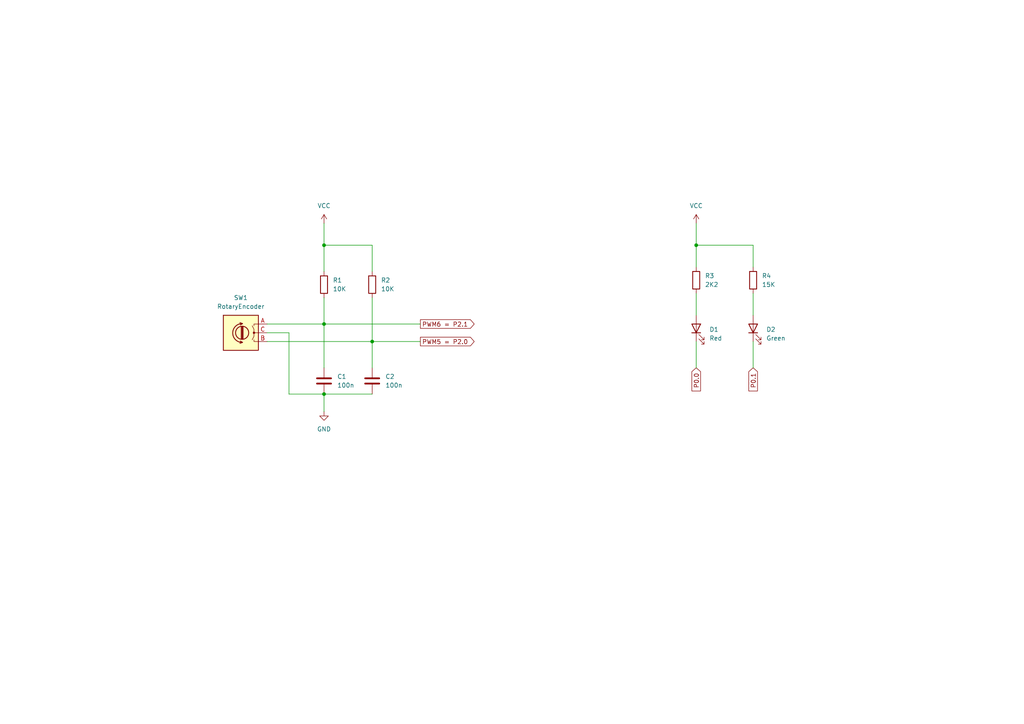
<source format=kicad_sch>
(kicad_sch (version 20211123) (generator eeschema)
  (paper "A4")
  (title_block (title "STC8H rotary encoder demo") (date "2022-10-20") (rev "1") (company "(c) 2022 Vincent DEFERT. Licensed under the MIT license."))
  (lib_symbols
    (symbol "Device:C" (pin_numbers hide) (pin_names (offset 0.254))
      (property "Reference" "C" (at 0.635 2.54 0))
      (property "Value" "C" (at 0.635 -2.54 0))
      (symbol "C_0_1"
        (polyline (pts (xy -2.032 -0.762) (xy 2.032 -0.762)) (stroke (width 0.508)))
        (polyline (pts (xy -2.032 0.762) (xy 2.032 0.762)) (stroke (width 0.508)))
      )
      (symbol "C_1_1"
        (pin passive line (at 0 3.81 270) (length 2.794) (name "~") (number "1"))
        (pin passive line (at 0 -3.81 90) (length 2.794) (name "~") (number "2"))
      )
    )
    (symbol "Device:LED" (pin_numbers hide) (pin_names (offset 1.016) hide)
      (property "Reference" "D" (at 0 2.54 0))
      (property "Value" "LED" (at 0 -2.54 0))
      (symbol "LED_0_1"
        (polyline (pts (xy -1.27 -1.27) (xy -1.27 1.27)) (stroke (width 0.254)))
        (polyline (pts (xy -1.27 0) (xy 1.27 0)))
        (polyline (pts (xy 1.27 -1.27) (xy 1.27 1.27) (xy -1.27 0) (xy 1.27 -1.27)) (stroke (width 0.254)))
        (polyline (pts (xy -3.048 -0.762) (xy -4.572 -2.286) (xy -3.81 -2.286) (xy -4.572 -2.286) (xy -4.572 -1.524)))
        (polyline (pts (xy -1.778 -0.762) (xy -3.302 -2.286) (xy -2.54 -2.286) (xy -3.302 -2.286) (xy -3.302 -1.524)))
      )
      (symbol "LED_1_1"
        (pin passive line (at -3.81 0 0) (length 2.54) (name "K") (number "1"))
        (pin passive line (at 3.81 0 180) (length 2.54) (name "A") (number "2"))
      )
    )
    (symbol "Device:R" (pin_numbers hide) (pin_names (offset 0))
      (property "Reference" "R" (at 2.032 0 90))
      (property "Value" "R" (at 0 0 90))
      (symbol "R_0_1"
        (rectangle (start -1.016 -2.54) (end 1.016 2.54) (stroke (width 0.254)))
      )
      (symbol "R_1_1"
        (pin passive line (at 0 3.81 270) (length 1.27) (name "~") (number "1"))
        (pin passive line (at 0 -3.81 90) (length 1.27) (name "~") (number "2"))
      )
    )
    (symbol "Device:RotaryEncoder" (pin_names (offset 0.254) hide)
      (property "Reference" "SW" (at 0 6.604 0))
      (property "Value" "RotaryEncoder" (at 0 -6.604 0))
      (symbol "RotaryEncoder_0_1"
        (rectangle (start -5.08 5.08) (end 5.08 -5.08) (stroke (width 0.254)) (fill (type background)))
        (circle (center -3.81 0) (radius 0.254) (fill (type outline)))
        (arc (start -0.381 -2.794) (mid 2.3622 -0.0508) (end -0.381 2.667) (stroke (width 0.254)))
        (circle (center -0.381 0) (radius 1.905) (stroke (width 0.254)))
        (polyline (pts (xy -0.635 -1.778) (xy -0.635 1.778)) (stroke (width 0.254)))
        (polyline (pts (xy -0.381 -1.778) (xy -0.381 1.778)) (stroke (width 0.254)))
        (polyline (pts (xy -0.127 1.778) (xy -0.127 -1.778)) (stroke (width 0.254)))
        (polyline (pts (xy -5.08 -2.54) (xy -3.81 -2.54) (xy -3.81 -2.032)))
        (polyline (pts (xy -5.08 2.54) (xy -3.81 2.54) (xy -3.81 2.032)))
        (polyline (pts (xy 0.254 -3.048) (xy -0.508 -2.794) (xy 0.127 -2.413)) (stroke (width 0.254)))
        (polyline (pts (xy 0.254 2.921) (xy -0.508 2.667) (xy 0.127 2.286)) (stroke (width 0.254)))
        (polyline (pts (xy -5.08 0) (xy -3.81 0) (xy -3.81 -1.016) (xy -3.302 -2.032)))
        (polyline (pts (xy -4.318 0) (xy -3.81 0) (xy -3.81 1.016) (xy -3.302 2.032)))
      )
      (symbol "RotaryEncoder_1_1"
        (pin passive line (at -7.62 2.54 0) (length 2.54) (name "A") (number "A"))
        (pin passive line (at -7.62 -2.54 0) (length 2.54) (name "B") (number "B"))
        (pin passive line (at -7.62 0 0) (length 2.54) (name "C") (number "C"))
      )
    )
    (symbol "power:GND" (power) (pin_names (offset 0))
      (property "Value" "GND" (at 0 -3.81 0))
      (symbol "GND_0_1"
        (polyline (pts (xy 0 0) (xy 0 -1.27) (xy 1.27 -1.27) (xy 0 -2.54) (xy -1.27 -1.27) (xy 0 -1.27)))
      )
      (symbol "GND_1_1"
        (pin power_in line (at 0 0 270) (length 0) hide (name "GND") (number "1"))
      )
    )
    (symbol "power:VCC" (power) (pin_names (offset 0))
      (property "Value" "VCC" (at 0 3.81 0))
      (symbol "VCC_0_1"
        (polyline (pts (xy -0.762 1.27) (xy 0 2.54)))
        (polyline (pts (xy 0 0) (xy 0 2.54)))
        (polyline (pts (xy 0 2.54) (xy 0.762 1.27)))
      )
      (symbol "VCC_1_1"
        (pin power_in line (at 0 0 90) (length 0) hide (name "VCC") (number "1"))
      )
    )
  )
  (junction (at 93.98 93.98))
  (junction (at 107.95 99.06))
  (junction (at 93.98 71.12))
  (junction (at 201.93 71.12))
  (junction (at 93.98 114.3))
  (wire (pts (xy 77.47 96.52) (xy 83.82 96.52)))
  (wire (pts (xy 201.93 64.77) (xy 201.93 71.12)))
  (wire (pts (xy 201.93 99.06) (xy 201.93 106.68)))
  (wire (pts (xy 218.44 71.12) (xy 218.44 77.47)))
  (wire (pts (xy 218.44 85.09) (xy 218.44 91.44)))
  (wire (pts (xy 93.98 114.3) (xy 107.95 114.3)))
  (wire (pts (xy 93.98 71.12) (xy 107.95 71.12)))
  (wire (pts (xy 107.95 99.06) (xy 107.95 106.68)))
  (wire (pts (xy 83.82 96.52) (xy 83.82 114.3)))
  (wire (pts (xy 107.95 86.36) (xy 107.95 99.06)))
  (wire (pts (xy 201.93 77.47) (xy 201.93 71.12)))
  (wire (pts (xy 93.98 93.98) (xy 93.98 106.68)))
  (wire (pts (xy 201.93 71.12) (xy 218.44 71.12)))
  (wire (pts (xy 93.98 64.77) (xy 93.98 71.12)))
  (wire (pts (xy 107.95 99.06) (xy 121.92 99.06)))
  (wire (pts (xy 93.98 114.3) (xy 93.98 119.38)))
  (wire (pts (xy 107.95 71.12) (xy 107.95 78.74)))
  (wire (pts (xy 201.93 85.09) (xy 201.93 91.44)))
  (wire (pts (xy 77.47 99.06) (xy 107.95 99.06)))
  (wire (pts (xy 93.98 93.98) (xy 121.92 93.98)))
  (wire (pts (xy 77.47 93.98) (xy 93.98 93.98)))
  (wire (pts (xy 83.82 114.3) (xy 93.98 114.3)))
  (wire (pts (xy 218.44 99.06) (xy 218.44 106.68)))
  (wire (pts (xy 93.98 78.74) (xy 93.98 71.12)))
  (wire (pts (xy 93.98 86.36) (xy 93.98 93.98)))
  (global_label "P0.1" (shape input) (at 218.44 106.68 270) (property "Intersheet References" "${INTERSHEET_REFS}" (effects hide)))
  (global_label "P0.0" (shape input) (at 201.93 106.68 270) (property "Intersheet References" "${INTERSHEET_REFS}" (effects hide)))
  (global_label "PWM5 = P2.0" (shape output) (at 121.92 99.06 0) (property "Intersheet References" "${INTERSHEET_REFS}" (effects hide)))
  (global_label "PWM6 = P2.1" (shape output) (at 121.92 93.98 0) (property "Intersheet References" "${INTERSHEET_REFS}" (effects hide)))
  (symbol (lib_id "Device:R") (at 201.93 81.28 0) (unit 1)
    (property "Reference" "R3" (at 204.47 80.0099 0) (effects (justify left)))
    (property "Value" "2K2" (at 204.47 82.5499 0) (effects (justify left)))
  )
  (symbol (lib_id "power:GND") (at 93.98 119.38 0) (unit 1)
    (property "Reference" "#PWR?" (effects hide))
    (property "Value" "GND" (at 93.98 124.46 0))
  )
  (symbol (lib_id "power:VCC") (at 93.98 64.77 0) (unit 1)
    (property "Reference" "#PWR?" (effects hide))
    (property "Value" "VCC" (at 93.98 59.69 0))
  )
  (symbol (lib_id "Device:C") (at 93.98 110.49 0) (unit 1)
    (property "Reference" "C1" (at 97.79 109.2199 0) (effects (justify left)))
    (property "Value" "100n" (at 97.79 111.7599 0) (effects (justify left)))
  )
  (symbol (lib_id "Device:R") (at 107.95 82.55 0) (unit 1)
    (property "Reference" "R2" (at 110.49 81.2799 0) (effects (justify left)))
    (property "Value" "10K" (at 110.49 83.8199 0) (effects (justify left)))
  )
  (symbol (lib_id "Device:LED") (at 201.93 95.25 90) (unit 1)
    (property "Reference" "D1" (at 205.74 95.5674 90) (effects (justify right)))
    (property "Value" "Red" (at 205.74 98.1074 90) (effects (justify right)))
  )
  (symbol (lib_id "Device:C") (at 107.95 110.49 0) (unit 1)
    (property "Reference" "C2" (at 111.76 109.2199 0) (effects (justify left)))
    (property "Value" "100n" (at 111.76 111.7599 0) (effects (justify left)))
  )
  (symbol (lib_id "power:VCC") (at 201.93 64.77 0) (unit 1)
    (property "Reference" "#PWR?" (effects hide))
    (property "Value" "VCC" (at 201.93 59.69 0))
  )
  (symbol (lib_id "Device:RotaryEncoder") (at 69.85 96.52 0) (mirror y) (unit 1)
    (property "Reference" "SW1" (at 69.85 86.36 0))
    (property "Value" "RotaryEncoder" (at 69.85 88.9 0))
  )
  (symbol (lib_id "Device:R") (at 218.44 81.28 0) (unit 1)
    (property "Reference" "R4" (at 220.98 80.0099 0) (effects (justify left)))
    (property "Value" "15K" (at 220.98 82.5499 0) (effects (justify left)))
  )
  (symbol (lib_id "Device:R") (at 93.98 82.55 0) (unit 1)
    (property "Reference" "R1" (at 96.52 81.2799 0) (effects (justify left)))
    (property "Value" "10K" (at 96.52 83.8199 0) (effects (justify left)))
  )
  (symbol (lib_id "Device:LED") (at 218.44 95.25 90) (unit 1)
    (property "Reference" "D2" (at 222.25 95.5674 90) (effects (justify right)))
    (property "Value" "Green" (at 222.25 98.1074 90) (effects (justify right)))
  )
)
</source>
